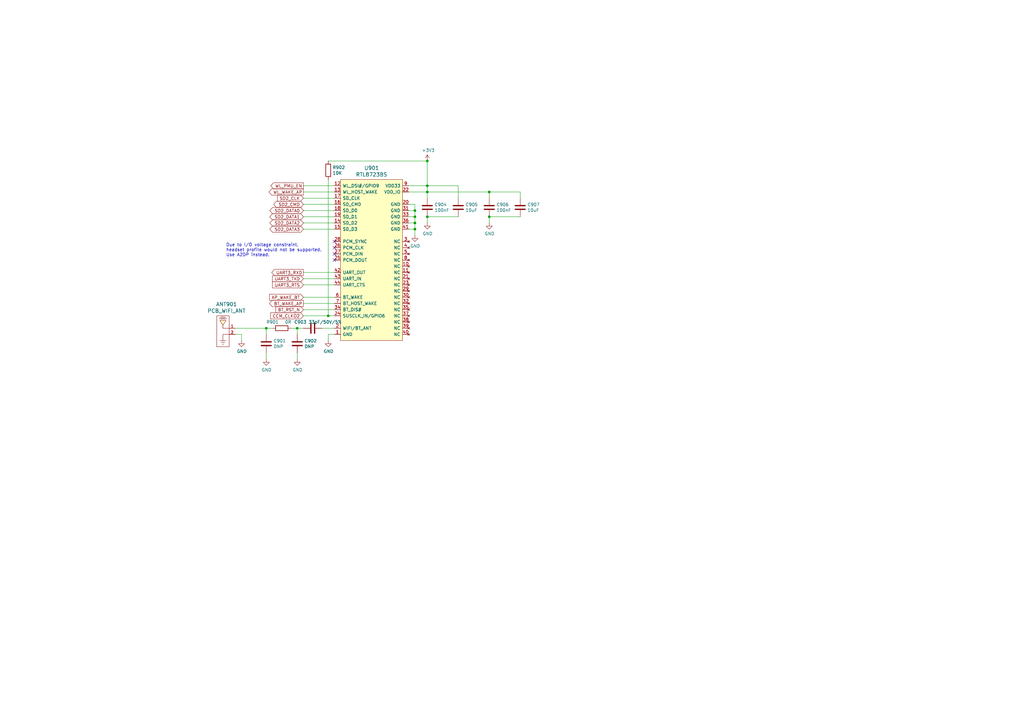
<source format=kicad_sch>
(kicad_sch (version 20210406) (generator eeschema)
  (paper "A3")
  (title_block (title "Archer Mainboard") (date "2021-05-06") (rev "R0.1 draft") (company "Copyright EI-2030 2021. / Engineer: Wenting Zhang") (comment 2 "MERCHANTABILITY, SATISFACTORY QUALITY AND FITNESS FOR A PARTICULAR PURPOSE.") (comment 3 "This source is distributed WITHOUT ANY EXPRESS OR IMPLIED WARRANTY, INCLUDING OF") (comment 4 "This source describes Open Hardware and is licensed under the CERN-OHL-S v2."))
  (lib_symbols
    (symbol "Device:C" (pin_numbers hide) (pin_names (offset 0.254))
      (property "Reference" "C" (at 0.635 2.54 0))
      (property "Value" "C" (at 0.635 -2.54 0))
      (symbol "C_0_1"
        (polyline (pts (xy -2.032 -0.762) (xy 2.032 -0.762)) (stroke (width 0.508)))
        (polyline (pts (xy -2.032 0.762) (xy 2.032 0.762)) (stroke (width 0.508)))
      )
      (symbol "C_1_1"
        (pin passive line (at 0 3.81 270) (length 2.794) (name "~") (number "1"))
        (pin passive line (at 0 -3.81 90) (length 2.794) (name "~") (number "2"))
      )
    )
    (symbol "Device:R" (pin_numbers hide) (pin_names (offset 0))
      (property "Reference" "R" (at 2.032 0 90))
      (property "Value" "R" (at 0 0 90))
      (symbol "R_0_1"
        (rectangle (start -1.016 -2.54) (end 1.016 2.54) (stroke (width 0.254)))
      )
      (symbol "R_1_1"
        (pin passive line (at 0 3.81 270) (length 1.27) (name "~") (number "1"))
        (pin passive line (at 0 -3.81 90) (length 1.27) (name "~") (number "2"))
      )
    )
    (symbol "power:+3V3" (power) (pin_names (offset 0))
      (property "Value" "+3V3" (at 0 3.556 0))
      (symbol "+3V3_0_1"
        (polyline (pts (xy -0.762 1.27) (xy 0 2.54)))
        (polyline (pts (xy 0 0) (xy 0 2.54)))
        (polyline (pts (xy 0 2.54) (xy 0.762 1.27)))
      )
      (symbol "+3V3_1_1"
        (pin power_in line (at 0 0 90) (length 0) hide (name "+3V3") (number "1"))
      )
    )
    (symbol "power:GND" (power) (pin_names (offset 0))
      (property "Value" "GND" (at 0 -3.81 0))
      (symbol "GND_0_1"
        (polyline (pts (xy 0 0) (xy 0 -1.27) (xy 1.27 -1.27) (xy 0 -2.54) (xy -1.27 -1.27) (xy 0 -1.27)))
      )
      (symbol "GND_1_1"
        (pin power_in line (at 0 0 270) (length 0) hide (name "GND") (number "1"))
      )
    )
    (symbol "symbols:RTL8723BS" (pin_names (offset 0.889))
      (property "Reference" "U" (at -10.16 34.925 0))
      (property "Value" "RTL8723BS" (at 0 -34.925 0))
      (symbol "RTL8723BS_0_1"
        (rectangle (start 12.7 33.02) (end -12.7 -33.02) (fill (type background)))
      )
      (symbol "RTL8723BS_1_1"
        (pin power_in line (at -15.24 -30.48 0) (length 2.4892) (name "GND") (number "1"))
        (pin no_connect line (at 15.24 -2.54 180) (length 2.4892) (name "NC") (number "10"))
        (pin no_connect line (at 15.24 -5.08 180) (length 2.4892) (name "NC") (number "11"))
        (pin bidirectional line (at -15.24 30.48 0) (length 2.4892) (name "WL_DSI#/GPIO9") (number "12"))
        (pin input line (at -15.24 27.94 0) (length 2.4892) (name "WL_HOST_WAKE") (number "13"))
        (pin bidirectional line (at -15.24 15.24 0) (length 2.4892) (name "SD_D2") (number "14"))
        (pin bidirectional line (at -15.24 12.7 0) (length 2.4892) (name "SD_D3") (number "15"))
        (pin bidirectional line (at -15.24 22.86 0) (length 2.4892) (name "SD_CMD") (number "16"))
        (pin input line (at -15.24 25.4 0) (length 2.4892) (name "SD_CLK") (number "17"))
        (pin bidirectional line (at -15.24 20.32 0) (length 2.4892) (name "SD_D0") (number "18"))
        (pin bidirectional line (at -15.24 17.78 0) (length 2.4892) (name "SD_D1") (number "19"))
        (pin bidirectional line (at -15.24 -27.94 0) (length 2.4892) (name "WIFI/BT_ANT") (number "2"))
        (pin power_in line (at 15.24 22.86 180) (length 2.4892) (name "GND") (number "20"))
        (pin no_connect line (at 15.24 -7.62 180) (length 2.4892) (name "NC") (number "21"))
        (pin power_in line (at 15.24 27.94 180) (length 2.4892) (name "VDD_IO") (number "22"))
        (pin no_connect line (at 15.24 -10.16 180) (length 2.4892) (name "NC") (number "23"))
        (pin bidirectional line (at -15.24 -22.86 0) (length 2.4892) (name "SUSCLK_IN/GPIO6") (number "24"))
        (pin output line (at -15.24 0 0) (length 2.4892) (name "PCM_DOUT") (number "25"))
        (pin input line (at -15.24 5.08 0) (length 2.4892) (name "PCM_CLK") (number "26"))
        (pin input line (at -15.24 2.54 0) (length 2.4892) (name "PCM_DIN") (number "27"))
        (pin input line (at -15.24 7.62 0) (length 2.4892) (name "PCM_SYNC") (number "28"))
        (pin no_connect line (at 15.24 -12.7 180) (length 2.4892) (name "NC") (number "29"))
        (pin no_connect line (at 15.24 7.62 180) (length 2.4892) (name "NC") (number "3"))
        (pin no_connect line (at 15.24 -15.24 180) (length 2.4892) (name "NC") (number "30"))
        (pin power_in line (at 15.24 20.32 180) (length 2.4892) (name "GND") (number "31"))
        (pin no_connect line (at 15.24 -17.78 180) (length 2.4892) (name "NC") (number "32"))
        (pin power_in line (at 15.24 17.78 180) (length 2.4892) (name "GND") (number "33"))
        (pin input line (at -15.24 -20.32 0) (length 2.4892) (name "BT_DIS#") (number "34"))
        (pin no_connect line (at 15.24 -20.32 180) (length 2.4892) (name "NC") (number "35"))
        (pin power_in line (at 15.24 15.24 180) (length 2.4892) (name "GND") (number "36"))
        (pin no_connect line (at 15.24 -22.86 180) (length 2.4892) (name "NC") (number "37"))
        (pin no_connect line (at 15.24 -25.4 180) (length 2.4892) (name "NC") (number "38"))
        (pin no_connect line (at 15.24 -27.94 180) (length 2.4892) (name "NC") (number "39"))
        (pin no_connect line (at 15.24 5.08 180) (length 2.4892) (name "NC") (number "4"))
        (pin no_connect line (at 15.24 -30.48 180) (length 2.4892) (name "NC") (number "40"))
        (pin power_in line (at 15.24 12.7 180) (length 2.4892) (name "GND") (number "41"))
        (pin output line (at -15.24 -5.08 0) (length 2.4892) (name "UART_OUT") (number "42"))
        (pin input line (at -15.24 -7.62 0) (length 2.4892) (name "UART_IN") (number "43"))
        (pin input line (at -15.24 -10.16 0) (length 2.4892) (name "UART_CTS") (number "44"))
        (pin no_connect line (at 15.24 2.54 180) (length 2.4892) (name "NC") (number "5"))
        (pin input line (at -15.24 -15.24 0) (length 2.4892) (name "BT_WAKE") (number "6"))
        (pin output line (at -15.24 -17.78 0) (length 2.4892) (name "BT_HOST_WAKE") (number "7"))
        (pin no_connect line (at 15.24 0 180) (length 2.4892) (name "NC") (number "8"))
        (pin power_in line (at 15.24 30.48 180) (length 2.4892) (name "VDD33") (number "9"))
      )
    )
    (symbol "symbols:WIFI_ANT_ESP8266" (pin_names (offset 1.016))
      (property "Reference" "ANT" (at 0 8.89 0))
      (property "Value" "WIFI_ANT_ESP8266" (at 0.254 -6.35 0))
      (symbol "WIFI_ANT_ESP8266_0_1"
        (arc (start -1.524 6.35) (end 1.524 6.35) (radius (at 0 5.334) (length 1.8288) (angles 146.3 33.7)))
        (arc (start -1.016 6.223) (end 1.016 6.223) (radius (at 0 5.461) (length 1.27) (angles 143.1 36.9)))
        (rectangle (start -2.54 -5.08) (end 2.54 7.62))
        (rectangle (start -2.54 0) (end 0 0))
        (rectangle (start -2.54 2.54) (end 0 2.54))
        (rectangle (start -1.27 -2.54) (end 1.27 -2.54))
        (rectangle (start -0.254 -4.064) (end 0.254 -4.064))
        (rectangle (start 0 0) (end 0 -2.54))
        (rectangle (start 0 2.54) (end 0 3.175))
        (rectangle (start 0 3.175) (end 0 3.175))
        (rectangle (start 0 3.175) (end 0 3.81))
        (rectangle (start 0.762 -3.302) (end -0.762 -3.302))
        (polyline (pts (xy 0 3.81) (xy 1.27 5.715) (xy -1.27 5.715) (xy 0 3.81)) (fill (type background)))
      )
      (symbol "WIFI_ANT_ESP8266_1_1"
        (arc (start 0.635 6.096) (end -0.635 6.096) (radius (at 0 5.461) (length 0.889) (angles 45 135)))
        (pin input line (at -5.08 2.54 0) (length 2.54) (name "~") (number "1"))
        (pin input line (at -5.08 0 0) (length 2.54) (name "~") (number "2"))
      )
    )
  )
  (junction (at 109.22 134.62) (diameter 0.9144))
  (junction (at 121.92 134.62) (diameter 0.9144))
  (junction (at 134.62 129.54) (diameter 0.9144))
  (junction (at 170.18 86.36) (diameter 0.9144))
  (junction (at 170.18 88.9) (diameter 0.9144))
  (junction (at 170.18 91.44) (diameter 0.9144))
  (junction (at 170.18 93.98) (diameter 0.9144))
  (junction (at 175.26 66.04) (diameter 0.9144))
  (junction (at 175.26 76.2) (diameter 0.9144))
  (junction (at 175.26 78.74) (diameter 0.9144))
  (junction (at 175.26 88.9) (diameter 0.9144))
  (junction (at 200.66 78.74) (diameter 0.9144))
  (junction (at 200.66 88.9) (diameter 0.9144))
  (no_connect (at 137.16 99.06))
  (no_connect (at 137.16 101.6))
  (no_connect (at 137.16 104.14))
  (no_connect (at 137.16 106.68))
  (wire (pts (xy 99.06 137.16) (xy 96.52 137.16)))
  (wire (pts (xy 99.06 139.7) (xy 99.06 137.16)))
  (wire (pts (xy 109.22 134.62) (xy 96.52 134.62)))
  (wire (pts (xy 109.22 137.16) (xy 109.22 134.62)))
  (wire (pts (xy 109.22 144.78) (xy 109.22 147.32)))
  (wire (pts (xy 111.76 134.62) (xy 109.22 134.62)))
  (wire (pts (xy 121.92 134.62) (xy 119.38 134.62)))
  (wire (pts (xy 121.92 137.16) (xy 121.92 134.62)))
  (wire (pts (xy 121.92 144.78) (xy 121.92 147.32)))
  (wire (pts (xy 124.46 76.2) (xy 137.16 76.2)))
  (wire (pts (xy 124.46 78.74) (xy 137.16 78.74)))
  (wire (pts (xy 124.46 81.28) (xy 137.16 81.28)))
  (wire (pts (xy 124.46 83.82) (xy 137.16 83.82)))
  (wire (pts (xy 124.46 86.36) (xy 137.16 86.36)))
  (wire (pts (xy 124.46 88.9) (xy 137.16 88.9)))
  (wire (pts (xy 124.46 91.44) (xy 137.16 91.44)))
  (wire (pts (xy 124.46 93.98) (xy 137.16 93.98)))
  (wire (pts (xy 124.46 111.76) (xy 137.16 111.76)))
  (wire (pts (xy 124.46 114.3) (xy 137.16 114.3)))
  (wire (pts (xy 124.46 116.84) (xy 137.16 116.84)))
  (wire (pts (xy 124.46 121.92) (xy 137.16 121.92)))
  (wire (pts (xy 124.46 124.46) (xy 137.16 124.46)))
  (wire (pts (xy 124.46 127) (xy 137.16 127)))
  (wire (pts (xy 124.46 129.54) (xy 134.62 129.54)))
  (wire (pts (xy 124.46 134.62) (xy 121.92 134.62)))
  (wire (pts (xy 134.62 66.04) (xy 175.26 66.04)))
  (wire (pts (xy 134.62 73.66) (xy 134.62 129.54)))
  (wire (pts (xy 134.62 129.54) (xy 137.16 129.54)))
  (wire (pts (xy 134.62 137.16) (xy 134.62 139.7)))
  (wire (pts (xy 137.16 134.62) (xy 132.08 134.62)))
  (wire (pts (xy 137.16 137.16) (xy 134.62 137.16)))
  (wire (pts (xy 167.64 76.2) (xy 175.26 76.2)))
  (wire (pts (xy 167.64 78.74) (xy 175.26 78.74)))
  (wire (pts (xy 167.64 83.82) (xy 170.18 83.82)))
  (wire (pts (xy 167.64 86.36) (xy 170.18 86.36)))
  (wire (pts (xy 167.64 88.9) (xy 170.18 88.9)))
  (wire (pts (xy 167.64 91.44) (xy 170.18 91.44)))
  (wire (pts (xy 167.64 93.98) (xy 170.18 93.98)))
  (wire (pts (xy 170.18 83.82) (xy 170.18 86.36)))
  (wire (pts (xy 170.18 86.36) (xy 170.18 88.9)))
  (wire (pts (xy 170.18 88.9) (xy 170.18 91.44)))
  (wire (pts (xy 170.18 91.44) (xy 170.18 93.98)))
  (wire (pts (xy 170.18 93.98) (xy 170.18 96.52)))
  (wire (pts (xy 175.26 66.04) (xy 175.26 76.2)))
  (wire (pts (xy 175.26 76.2) (xy 175.26 78.74)))
  (wire (pts (xy 175.26 78.74) (xy 175.26 81.28)))
  (wire (pts (xy 175.26 78.74) (xy 200.66 78.74)))
  (wire (pts (xy 175.26 88.9) (xy 175.26 91.44)))
  (wire (pts (xy 187.96 76.2) (xy 175.26 76.2)))
  (wire (pts (xy 187.96 81.28) (xy 187.96 76.2)))
  (wire (pts (xy 187.96 88.9) (xy 175.26 88.9)))
  (wire (pts (xy 200.66 78.74) (xy 200.66 81.28)))
  (wire (pts (xy 200.66 88.9) (xy 200.66 91.44)))
  (wire (pts (xy 213.36 78.74) (xy 200.66 78.74)))
  (wire (pts (xy 213.36 81.28) (xy 213.36 78.74)))
  (wire (pts (xy 213.36 88.9) (xy 200.66 88.9)))
  (text "Due to I/O voltage constraint,\nheadset profile would not be supported.\nUse A2DP instead." (at 92.71 105.41 0) (effects (font (size 1.27 1.27)) (justify left bottom)))
  (global_label "WL_PMU_EN" (shape output) (at 124.46 76.2 180) (property "Intersheet References" "${INTERSHEET_REFS}" (effects hide)))
  (global_label "WL_WAKE_AP" (shape output) (at 124.46 78.74 180) (property "Intersheet References" "${INTERSHEET_REFS}" (effects hide)))
  (global_label "SD2_CLK" (shape input) (at 124.46 81.28 180) (property "Intersheet References" "${INTERSHEET_REFS}" (effects hide)))
  (global_label "SD2_CMD" (shape bidirectional) (at 124.46 83.82 180) (property "Intersheet References" "${INTERSHEET_REFS}" (effects hide)))
  (global_label "SD2_DATA0" (shape bidirectional) (at 124.46 86.36 180) (property "Intersheet References" "${INTERSHEET_REFS}" (effects hide)))
  (global_label "SD2_DATA1" (shape bidirectional) (at 124.46 88.9 180) (property "Intersheet References" "${INTERSHEET_REFS}" (effects hide)))
  (global_label "SD2_DATA2" (shape bidirectional) (at 124.46 91.44 180) (property "Intersheet References" "${INTERSHEET_REFS}" (effects hide)))
  (global_label "SD2_DATA3" (shape bidirectional) (at 124.46 93.98 180) (property "Intersheet References" "${INTERSHEET_REFS}" (effects hide)))
  (global_label "UART3_RXD" (shape output) (at 124.46 111.76 180) (property "Intersheet References" "${INTERSHEET_REFS}" (effects hide)))
  (global_label "UART3_TXD" (shape input) (at 124.46 114.3 180) (property "Intersheet References" "${INTERSHEET_REFS}" (effects hide)))
  (global_label "UART3_RTS" (shape input) (at 124.46 116.84 180) (property "Intersheet References" "${INTERSHEET_REFS}" (effects hide)))
  (global_label "AP_WAKE_BT" (shape input) (at 124.46 121.92 180) (property "Intersheet References" "${INTERSHEET_REFS}" (effects hide)))
  (global_label "BT_WAKE_AP" (shape output) (at 124.46 124.46 180) (property "Intersheet References" "${INTERSHEET_REFS}" (effects hide)))
  (global_label "BT_RST_N" (shape input) (at 124.46 127 180) (property "Intersheet References" "${INTERSHEET_REFS}" (effects hide)))
  (global_label "CCM_CLKO2" (shape input) (at 124.46 129.54 180) (property "Intersheet References" "${INTERSHEET_REFS}" (effects hide)))
  (symbol (lib_id "power:+3V3") (at 175.26 66.04 0) (unit 1)
    (property "Reference" "#PWR0906" (effects hide))
    (property "Value" "+3V3" (at 175.641 61.6458 0))
  )
  (symbol (lib_id "power:GND") (at 99.06 139.7 0) (unit 1)
    (property "Reference" "#PWR0901" (effects hide))
    (property "Value" "GND" (at 99.187 144.0942 0))
  )
  (symbol (lib_id "power:GND") (at 109.22 147.32 0) (unit 1)
    (property "Reference" "#PWR0902" (effects hide))
    (property "Value" "GND" (at 109.347 151.7142 0))
  )
  (symbol (lib_id "power:GND") (at 121.92 147.32 0) (unit 1)
    (property "Reference" "#PWR0903" (effects hide))
    (property "Value" "GND" (at 122.047 151.7142 0))
  )
  (symbol (lib_id "power:GND") (at 134.62 139.7 0) (unit 1)
    (property "Reference" "#PWR0904" (effects hide))
    (property "Value" "GND" (at 134.747 144.0942 0))
  )
  (symbol (lib_id "power:GND") (at 170.18 96.52 0) (unit 1)
    (property "Reference" "#PWR0905" (effects hide))
    (property "Value" "GND" (at 170.307 100.9142 0))
  )
  (symbol (lib_id "power:GND") (at 175.26 91.44 0) (unit 1)
    (property "Reference" "#PWR0907" (effects hide))
    (property "Value" "GND" (at 175.387 95.8342 0))
  )
  (symbol (lib_id "power:GND") (at 200.66 91.44 0) (unit 1)
    (property "Reference" "#PWR0908" (effects hide))
    (property "Value" "GND" (at 200.787 95.8342 0))
  )
  (symbol (lib_id "Device:R") (at 115.57 134.62 270) (unit 1)
    (property "Reference" "R901" (at 109.22 132.08 90) (effects (justify left)))
    (property "Value" "0R" (at 116.84 132.08 90) (effects (justify left)))
    (property "Footprint" "Resistor_SMD:R_0402_1005Metric" (effects hide))
  )
  (symbol (lib_id "Device:R") (at 134.62 69.85 0) (unit 1)
    (property "Reference" "R902" (at 136.398 68.6816 0) (effects (justify left)))
    (property "Value" "10K" (at 136.398 70.993 0) (effects (justify left)))
    (property "Footprint" "Resistor_SMD:R_0402_1005Metric" (effects hide))
  )
  (symbol (lib_id "Device:C") (at 109.22 140.97 180) (unit 1)
    (property "Reference" "C901" (at 112.141 139.8016 0) (effects (justify right)))
    (property "Value" "DNP" (at 112.141 142.113 0) (effects (justify right)))
    (property "Footprint" "Capacitor_SMD:C_0402_1005Metric" (effects hide))
  )
  (symbol (lib_id "Device:C") (at 121.92 140.97 180) (unit 1)
    (property "Reference" "C902" (at 124.841 139.8016 0) (effects (justify right)))
    (property "Value" "DNP" (at 124.841 142.113 0) (effects (justify right)))
    (property "Footprint" "Capacitor_SMD:C_0402_1005Metric" (effects hide))
  )
  (symbol (lib_id "Device:C") (at 128.27 134.62 270) (unit 1)
    (property "Reference" "C903" (at 123.19 132.08 90))
    (property "Value" "33pF/50V/5%" (at 133.35 132.08 90))
    (property "Footprint" "Capacitor_SMD:C_0402_1005Metric" (effects hide))
  )
  (symbol (lib_id "Device:C") (at 175.26 85.09 0) (unit 1)
    (property "Reference" "C904" (at 178.181 83.9216 0) (effects (justify left)))
    (property "Value" "100nF" (at 178.181 86.233 0) (effects (justify left)))
    (property "Footprint" "Capacitor_SMD:C_0402_1005Metric" (effects hide))
  )
  (symbol (lib_id "Device:C") (at 187.96 85.09 0) (unit 1)
    (property "Reference" "C905" (at 190.881 83.9216 0) (effects (justify left)))
    (property "Value" "10uF" (at 190.881 86.233 0) (effects (justify left)))
    (property "Footprint" "Capacitor_SMD:C_0603_1608Metric" (effects hide))
  )
  (symbol (lib_id "Device:C") (at 200.66 85.09 0) (unit 1)
    (property "Reference" "C906" (at 203.581 83.9216 0) (effects (justify left)))
    (property "Value" "100nF" (at 203.581 86.233 0) (effects (justify left)))
    (property "Footprint" "Capacitor_SMD:C_0402_1005Metric" (effects hide))
  )
  (symbol (lib_id "Device:C") (at 213.36 85.09 0) (unit 1)
    (property "Reference" "C907" (at 216.281 83.9216 0) (effects (justify left)))
    (property "Value" "10uF" (at 216.281 86.233 0) (effects (justify left)))
    (property "Footprint" "Capacitor_SMD:C_0603_1608Metric" (effects hide))
  )
  (symbol (lib_id "symbols:WIFI_ANT_ESP8266") (at 91.44 137.16 0) (mirror y) (unit 1)
    (property "Reference" "ANT901" (at 92.9132 124.7902 0) (effects (font (size 1.524 1.524))))
    (property "Value" "PCB_WIFI_ANT" (at 92.9132 127.4826 0) (effects (font (size 1.524 1.524))))
    (property "Footprint" "footprints:bt_antenna_1ant_2gnd" (effects hide))
  )
  (symbol (lib_id "symbols:RTL8723BS") (at 152.4 106.68 0) (unit 1)
    (property "Reference" "U901" (at 152.4 68.9102 0) (effects (font (size 1.524 1.524))))
    (property "Value" "RTL8723BS" (at 152.4 71.6026 0) (effects (font (size 1.524 1.524))))
    (property "Footprint" "footprints:RL-SM02BD(RTL8723BS)" (effects hide))
  )
)
</source>
